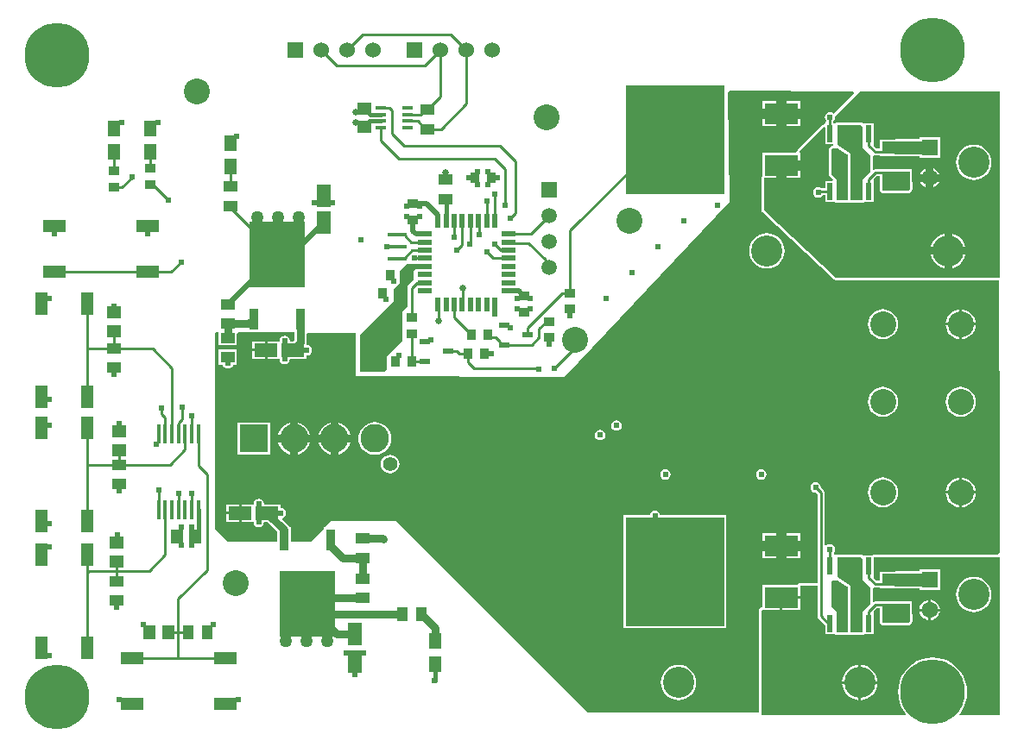
<source format=gtl>
G04*
G04 #@! TF.GenerationSoftware,Altium Limited,Altium Designer,21.3.1 (25)*
G04*
G04 Layer_Physical_Order=1*
G04 Layer_Color=255*
%FSLAX25Y25*%
%MOIN*%
G70*
G04*
G04 #@! TF.SameCoordinates,86926C0A-6BB2-4832-AFE7-C0EB4A5C3721*
G04*
G04*
G04 #@! TF.FilePolarity,Positive*
G04*
G01*
G75*
%ADD11C,0.01000*%
%ADD32R,0.02200X0.06550*%
%ADD36R,0.05800X0.02000*%
%ADD37R,0.02000X0.05800*%
%ADD38R,0.04000X0.02200*%
%ADD62R,0.05118X0.09000*%
%ADD63R,0.05512X0.04134*%
%ADD64R,0.09000X0.05118*%
%ADD65R,0.04528X0.05709*%
%ADD66R,0.04134X0.05512*%
%ADD67R,0.05709X0.04528*%
G04:AMPARAMS|DCode=68|XSize=13mil|YSize=72.84mil|CornerRadius=1.43mil|HoleSize=0mil|Usage=FLASHONLY|Rotation=0.000|XOffset=0mil|YOffset=0mil|HoleType=Round|Shape=RoundedRectangle|*
%AMROUNDEDRECTD68*
21,1,0.01300,0.06998,0,0,0.0*
21,1,0.01014,0.07284,0,0,0.0*
1,1,0.00286,0.00507,-0.03499*
1,1,0.00286,-0.00507,-0.03499*
1,1,0.00286,-0.00507,0.03499*
1,1,0.00286,0.00507,0.03499*
%
%ADD68ROUNDEDRECTD68*%
%ADD69R,0.38000X0.42000*%
%ADD70R,0.13000X0.08000*%
%ADD71R,0.03740X0.08268*%
%ADD72R,0.21654X0.25591*%
%ADD73R,0.04331X0.01355*%
%ADD74R,0.05000X0.06000*%
%ADD75R,0.08800X0.05315*%
%ADD76R,0.05315X0.08800*%
%ADD77R,0.03937X0.03543*%
%ADD78R,0.03543X0.03937*%
%ADD79R,0.10630X0.04724*%
%ADD80R,0.07200X0.01600*%
%ADD81C,0.01500*%
%ADD82C,0.03000*%
%ADD83C,0.02000*%
%ADD84C,0.06000*%
%ADD85C,0.05000*%
%ADD86R,0.11000X0.11000*%
%ADD87C,0.11000*%
%ADD88C,0.05512*%
%ADD89R,0.06000X0.06000*%
%ADD90C,0.06000*%
%ADD91R,0.06319X0.06319*%
%ADD92C,0.06319*%
%ADD93C,0.12008*%
%ADD94C,0.12000*%
%ADD95C,0.10000*%
%ADD96C,0.25000*%
%ADD97C,0.05906*%
%ADD98R,0.05906X0.05906*%
%ADD99C,0.02500*%
%ADD100C,0.02400*%
%ADD101C,0.05000*%
G36*
X323485Y249971D02*
X323790Y249232D01*
X315995Y241437D01*
X315942Y241442D01*
X315280Y241884D01*
X314500Y242039D01*
X313720Y241884D01*
X313058Y241442D01*
X312616Y240780D01*
X312461Y240000D01*
X312616Y239220D01*
X313058Y238558D01*
X312732Y237815D01*
X312600Y237700D01*
Y237700D01*
X312095Y237149D01*
X311748Y237080D01*
X311417Y236859D01*
X301946Y227388D01*
X301726Y227058D01*
X301648Y226667D01*
X301648Y226667D01*
X301090Y226273D01*
X300924Y226205D01*
X288330D01*
Y217360D01*
X288279Y217326D01*
X288058Y216996D01*
X287980Y216605D01*
X287980Y204000D01*
X287984Y203982D01*
X287981Y203965D01*
X288022Y203788D01*
X288058Y203610D01*
X288068Y203595D01*
X288072Y203578D01*
X288178Y203430D01*
X288279Y203279D01*
X288294Y203269D01*
X288304Y203255D01*
X316161Y177255D01*
X316316Y177159D01*
X316467Y177058D01*
X316484Y177055D01*
X316500Y177045D01*
X316679Y177016D01*
X316857Y176980D01*
X379863Y176980D01*
X379882Y165716D01*
X379889Y161137D01*
X379895Y157770D01*
X379901Y154172D01*
X379909Y149220D01*
X379917Y144616D01*
X379925Y139597D01*
X379932Y135384D01*
X379941Y130000D01*
X379948Y125879D01*
X379955Y122131D01*
X379963Y117220D01*
X379969Y113377D01*
X379977Y108494D01*
X379985Y103884D01*
X379990Y100716D01*
X379998Y95937D01*
X380004Y92770D01*
X380010Y88884D01*
X380018Y84000D01*
X380025Y79917D01*
X380033Y75039D01*
X380039Y71803D01*
X379626Y71242D01*
X379240Y71020D01*
X331400Y71020D01*
X331010Y70942D01*
X330679Y70721D01*
X330665Y70700D01*
X327600D01*
X327600Y70700D01*
X326884Y70902D01*
X326825Y70941D01*
X326824Y70942D01*
X326824Y70942D01*
X326628Y70981D01*
X326435Y71020D01*
X326434Y71019D01*
X326433Y71020D01*
X317400Y71020D01*
X317010Y70942D01*
X316716Y70825D01*
X316247Y71103D01*
X316106Y71804D01*
X316384Y72220D01*
X316539Y73000D01*
X316384Y73780D01*
X315942Y74442D01*
X315280Y74884D01*
X314500Y75039D01*
X313720Y74884D01*
X313125Y74487D01*
X312796Y74565D01*
X312326Y74786D01*
Y95000D01*
X312225Y95507D01*
X311937Y95937D01*
X311012Y96863D01*
X311039Y97000D01*
X310884Y97780D01*
X310442Y98442D01*
X309780Y98884D01*
X309000Y99039D01*
X308220Y98884D01*
X307558Y98442D01*
X307116Y97780D01*
X306961Y97000D01*
X307116Y96220D01*
X307558Y95558D01*
X308220Y95116D01*
X309000Y94961D01*
X309137Y94988D01*
X309675Y94451D01*
Y60020D01*
X302930D01*
X302540Y59942D01*
X302209Y59721D01*
X301988Y59390D01*
X301951Y59206D01*
X288330D01*
Y51398D01*
X288281Y50624D01*
X288111Y50582D01*
X287940Y50547D01*
X287919Y50534D01*
X287895Y50528D01*
X287754Y50424D01*
X287609Y50327D01*
X287595Y50306D01*
X287575Y50291D01*
X287245Y49928D01*
X287155Y49778D01*
X287058Y49632D01*
X287053Y49608D01*
X287040Y49586D01*
X287015Y49414D01*
X286980Y49242D01*
Y10000D01*
X221000D01*
X147000Y84000D01*
X122000D01*
X119572Y81572D01*
X118936D01*
Y80936D01*
X114000Y76000D01*
X106324D01*
Y81572D01*
X105746D01*
X105312Y82221D01*
X103189Y84344D01*
X103441Y85223D01*
X103942Y85558D01*
X104384Y86220D01*
X104539Y87000D01*
X104384Y87780D01*
X103942Y88442D01*
X103280Y88884D01*
X102500Y89039D01*
X102417Y89108D01*
Y90457D01*
X96074D01*
X96039Y90500D01*
X95884Y91280D01*
X95442Y91942D01*
X94780Y92384D01*
X94000Y92539D01*
X93220Y92384D01*
X92558Y91942D01*
X92116Y91280D01*
X91961Y90500D01*
X91926Y90457D01*
X87283D01*
Y87000D01*
Y83543D01*
X91926D01*
X91961Y83500D01*
X92116Y82720D01*
X92558Y82058D01*
X93220Y81616D01*
X94000Y81461D01*
X94780Y81616D01*
X95442Y82058D01*
X95884Y82720D01*
X96039Y83500D01*
X96074Y83543D01*
X97358D01*
X100984Y79917D01*
Y76000D01*
X82000D01*
X77000Y81000D01*
Y156432D01*
X77567Y156996D01*
X78444Y156991D01*
Y151873D01*
X85556D01*
Y156377D01*
X86123Y156941D01*
X93302Y156894D01*
X107761Y156800D01*
Y153861D01*
X107358Y153457D01*
X106074D01*
X106039Y153500D01*
X105884Y154280D01*
X105442Y154942D01*
X104780Y155384D01*
X104000Y155539D01*
X103220Y155384D01*
X102558Y154942D01*
X102116Y154280D01*
X101961Y153500D01*
X101926Y153457D01*
X97284D01*
Y150000D01*
Y146543D01*
X101926D01*
X101961Y146500D01*
X102116Y145720D01*
X102558Y145058D01*
X103220Y144616D01*
X104000Y144461D01*
X104780Y144616D01*
X105442Y145058D01*
X105884Y145720D01*
X106039Y146500D01*
X106074Y146543D01*
X112417D01*
Y147892D01*
X112500Y147961D01*
X113280Y148116D01*
X113942Y148558D01*
X114384Y149220D01*
X114539Y150000D01*
X114384Y150780D01*
X113942Y151442D01*
X113280Y151884D01*
X112500Y152039D01*
X112435Y152806D01*
X112451Y152890D01*
Y156202D01*
X113019Y156766D01*
X131500Y156646D01*
X131500Y140074D01*
X212000Y139597D01*
X275607Y207141D01*
X275112Y249565D01*
X275675Y250133D01*
X323485Y249971D01*
D02*
G37*
G36*
X380000Y178000D02*
X316857Y178000D01*
X289000Y204000D01*
X289000Y216605D01*
X293630D01*
Y221406D01*
X295630D01*
Y223406D01*
X302930D01*
Y226205D01*
X302859D01*
X302667Y226667D01*
X312138Y236138D01*
X312600Y235947D01*
Y229550D01*
X315798D01*
X315825Y229492D01*
X315710Y229227D01*
X315512Y228985D01*
X315406Y228966D01*
X315218Y228935D01*
X315210Y228930D01*
X315201Y228929D01*
X315041Y228826D01*
X314880Y228726D01*
X314875Y228718D01*
X314867Y228713D01*
X314292Y228158D01*
X314286Y228150D01*
X314279Y228145D01*
X314173Y227987D01*
X314065Y227831D01*
X314063Y227822D01*
X314058Y227815D01*
X314021Y227628D01*
X313981Y227442D01*
X313982Y227433D01*
X313980Y227424D01*
Y218000D01*
X314058Y217610D01*
X314279Y217279D01*
X315646Y215912D01*
X315455Y215450D01*
X312600D01*
Y212701D01*
X311055D01*
X310780Y212884D01*
X310000Y213039D01*
X309220Y212884D01*
X308558Y212442D01*
X308116Y211780D01*
X307961Y211000D01*
X308116Y210220D01*
X308558Y209558D01*
X309220Y209116D01*
X310000Y208961D01*
X310780Y209116D01*
X311442Y209558D01*
X311770Y210050D01*
X312600D01*
Y207300D01*
X316400D01*
X316802Y207063D01*
X316810Y207058D01*
X317200Y206980D01*
X321480D01*
X321871Y207058D01*
X321990Y207138D01*
X322110Y207058D01*
X322500Y206980D01*
X327000D01*
X327390Y207058D01*
X327721Y207279D01*
X327735Y207300D01*
X331400D01*
Y215450D01*
X331400D01*
X331325Y215950D01*
X332549Y217175D01*
X333885D01*
Y215380D01*
X333758Y215190D01*
X333680Y214800D01*
Y212000D01*
X333758Y211610D01*
X333979Y211279D01*
X334479Y210779D01*
X334810Y210558D01*
X335200Y210480D01*
X344600D01*
X344990Y210558D01*
X345321Y210779D01*
X346021Y211479D01*
X346242Y211810D01*
X346320Y212200D01*
Y214800D01*
X346242Y215190D01*
X346115Y215380D01*
Y219953D01*
X333885D01*
Y219826D01*
X332000D01*
X331532Y219732D01*
X331472Y219738D01*
X331031Y220017D01*
X331013Y224995D01*
X331490Y225274D01*
X331512Y225272D01*
X332000Y225174D01*
X333885D01*
Y225046D01*
X339011D01*
X339139Y224994D01*
X340000Y224880D01*
X349033D01*
Y224446D01*
X351943D01*
X352476Y224376D01*
X352761Y224413D01*
X352833D01*
X353082Y224446D01*
X356952D01*
Y232365D01*
X349033D01*
Y231537D01*
X340000D01*
X339139Y231424D01*
X339011Y231371D01*
X333885D01*
Y227825D01*
X332549D01*
X331325Y229050D01*
X331400Y229550D01*
X331400D01*
Y237700D01*
X327600D01*
X327600Y237700D01*
X327119Y237745D01*
X326989Y237831D01*
X326825Y237941D01*
X326824Y237942D01*
X326823Y237942D01*
X326628Y237981D01*
X326435Y238020D01*
X326434Y238019D01*
X326433Y238020D01*
X317400Y238020D01*
X317010Y237942D01*
X316845Y237832D01*
X316400Y237700D01*
X316400Y237700D01*
Y237700D01*
X316400Y237700D01*
X315826D01*
Y238480D01*
X315942Y238558D01*
X316384Y239220D01*
X316539Y240000D01*
X316450Y240450D01*
X326000Y250000D01*
X380000D01*
Y178000D01*
D02*
G37*
G36*
X345300Y212200D02*
X344600Y211500D01*
X335200D01*
X334700Y212000D01*
Y214800D01*
X345300D01*
Y212200D01*
D02*
G37*
G36*
X326998Y236433D02*
X326971Y228301D01*
X329992Y225445D01*
X330015Y218931D01*
X327000Y215500D01*
Y208000D01*
X322500D01*
Y219303D01*
X322539Y219500D01*
X322500Y219697D01*
Y224303D01*
X322539Y224500D01*
X322500Y224697D01*
Y225833D01*
X317400Y229233D01*
X317400Y237000D01*
X326433Y237000D01*
X326998Y236433D01*
D02*
G37*
G36*
X317544Y227912D02*
X321480Y225288D01*
Y224697D01*
X321500Y224599D01*
Y224401D01*
X321480Y224303D01*
Y219697D01*
X321500Y219599D01*
Y219402D01*
X321480Y219303D01*
Y208000D01*
X317200D01*
Y215800D01*
X315000Y218000D01*
Y227424D01*
X315575Y227980D01*
X317544Y227912D01*
D02*
G37*
G36*
X160500Y183300D02*
X160500Y181400D01*
X154600D01*
X153800Y180600D01*
Y177400D01*
X151500Y175100D01*
X151500Y166900D01*
X149500Y164900D01*
X149500Y153500D01*
X143500Y147500D01*
Y142500D01*
X142500Y141500D01*
X133000D01*
X133000Y155900D01*
X146000Y168900D01*
X146000Y173300D01*
X148500Y175800D01*
Y180500D01*
X151300Y183300D01*
X160500Y183300D01*
D02*
G37*
G36*
X380000Y70000D02*
Y9000D01*
X364612D01*
X364402Y9454D01*
X364923Y10064D01*
X366017Y11849D01*
X366818Y13783D01*
X367307Y15819D01*
X367471Y17906D01*
X367307Y19993D01*
X366818Y22028D01*
X366017Y23962D01*
X364923Y25747D01*
X363563Y27339D01*
X361972Y28699D01*
X360187Y29792D01*
X358253Y30594D01*
X356217Y31082D01*
X354130Y31247D01*
X352043Y31082D01*
X350007Y30594D01*
X348073Y29792D01*
X346288Y28699D01*
X344696Y27339D01*
X343337Y25747D01*
X342243Y23962D01*
X341442Y22028D01*
X340953Y19993D01*
X340789Y17906D01*
X340953Y15819D01*
X341442Y13783D01*
X342243Y11849D01*
X343337Y10064D01*
X343858Y9454D01*
X343648Y9000D01*
X339000D01*
X288000D01*
Y49242D01*
X288330Y49606D01*
X295130D01*
Y54405D01*
X295630D01*
Y54905D01*
X302930D01*
Y59000D01*
X309675D01*
Y47125D01*
X309775Y46618D01*
X310063Y46188D01*
X312600Y43650D01*
Y40300D01*
X316400D01*
X316802Y40063D01*
X316810Y40058D01*
X317200Y39980D01*
X321480D01*
X321871Y40058D01*
X321990Y40138D01*
X322110Y40058D01*
X322500Y39980D01*
X327000D01*
X327390Y40058D01*
X327721Y40279D01*
X327735Y40300D01*
X331400D01*
Y48450D01*
X331400D01*
X331325Y48950D01*
X332549Y50174D01*
X333885D01*
Y48380D01*
X333758Y48190D01*
X333680Y47800D01*
Y45000D01*
X333758Y44610D01*
X333979Y44279D01*
X334479Y43779D01*
X334810Y43558D01*
X335200Y43480D01*
X344600D01*
X344990Y43558D01*
X345321Y43779D01*
X346021Y44479D01*
X346242Y44810D01*
X346320Y45200D01*
Y47800D01*
X346242Y48190D01*
X346115Y48380D01*
Y52953D01*
X333885D01*
Y52825D01*
X332000D01*
X331532Y52732D01*
X331472Y52738D01*
X331031Y53017D01*
X331013Y57995D01*
X331490Y58274D01*
X331512Y58272D01*
X332000Y58175D01*
X333885D01*
Y58047D01*
X339011D01*
X339139Y57994D01*
X340000Y57880D01*
X349033D01*
Y57446D01*
X351943D01*
X352476Y57376D01*
X352761Y57413D01*
X352833D01*
X353082Y57446D01*
X356952D01*
Y65365D01*
X349033D01*
Y64537D01*
X340000D01*
X339139Y64424D01*
X339011Y64371D01*
X333885D01*
Y60826D01*
X332549D01*
X331325Y62050D01*
X331400Y62550D01*
X331400D01*
Y70000D01*
X380000Y70000D01*
D02*
G37*
G36*
X345300Y45200D02*
X344600Y44500D01*
X335200D01*
X334700Y45000D01*
Y47800D01*
X345300D01*
Y45200D01*
D02*
G37*
G36*
X326998Y69433D02*
X326971Y61301D01*
X329992Y58445D01*
X330015Y51931D01*
X327000Y48500D01*
Y41000D01*
X322500D01*
Y52303D01*
X322539Y52500D01*
X322500Y52697D01*
Y57303D01*
X322539Y57500D01*
X322500Y57697D01*
Y58833D01*
X317400Y62233D01*
X317400Y70000D01*
X326433Y70000D01*
X326998Y69433D01*
D02*
G37*
G36*
X317544Y60912D02*
X321480Y58288D01*
Y57697D01*
X321500Y57598D01*
Y57402D01*
X321480Y57303D01*
Y52697D01*
X321500Y52598D01*
Y52402D01*
X321480Y52303D01*
Y41000D01*
X317200D01*
Y48800D01*
X315000Y51000D01*
Y60424D01*
X315575Y60980D01*
X317544Y60912D01*
D02*
G37*
%LPC*%
G36*
X302930Y246205D02*
X297630D01*
Y243406D01*
X302930D01*
Y246205D01*
D02*
G37*
G36*
X293630D02*
X288330D01*
Y243406D01*
X293630D01*
Y246205D01*
D02*
G37*
G36*
X302930Y239405D02*
X297630D01*
Y236606D01*
X302930D01*
Y239405D01*
D02*
G37*
G36*
X293630D02*
X288330D01*
Y236606D01*
X293630D01*
Y239405D01*
D02*
G37*
G36*
X290130Y195238D02*
X288797Y195107D01*
X287515Y194718D01*
X286334Y194087D01*
X285298Y193237D01*
X284449Y192202D01*
X283817Y191020D01*
X283428Y189739D01*
X283297Y188406D01*
X283428Y187073D01*
X283817Y185791D01*
X284449Y184609D01*
X285298Y183574D01*
X286334Y182724D01*
X287515Y182093D01*
X288797Y181704D01*
X290130Y181573D01*
X291463Y181704D01*
X292745Y182093D01*
X293926Y182724D01*
X294962Y183574D01*
X295811Y184609D01*
X296443Y185791D01*
X296831Y187073D01*
X296963Y188406D01*
X296831Y189739D01*
X296443Y191020D01*
X295811Y192202D01*
X294962Y193237D01*
X293926Y194087D01*
X292745Y194718D01*
X291463Y195107D01*
X290130Y195238D01*
D02*
G37*
G36*
X365500Y165779D02*
Y160500D01*
X370779D01*
X370716Y161137D01*
X370384Y162230D01*
X369846Y163238D01*
X369121Y164121D01*
X368238Y164846D01*
X367230Y165384D01*
X366137Y165716D01*
X365500Y165779D01*
D02*
G37*
G36*
X364500D02*
X363863Y165716D01*
X362770Y165384D01*
X361762Y164846D01*
X360879Y164121D01*
X360154Y163238D01*
X359616Y162230D01*
X359284Y161137D01*
X359221Y160500D01*
X364500D01*
Y165779D01*
D02*
G37*
G36*
X370779Y159500D02*
X365500D01*
Y154221D01*
X366137Y154284D01*
X367230Y154616D01*
X368238Y155154D01*
X369121Y155879D01*
X369846Y156762D01*
X370384Y157770D01*
X370716Y158863D01*
X370779Y159500D01*
D02*
G37*
G36*
X364500D02*
X359221D01*
X359284Y158863D01*
X359616Y157770D01*
X360154Y156762D01*
X360879Y155879D01*
X361762Y155154D01*
X362770Y154616D01*
X363863Y154284D01*
X364500Y154221D01*
Y159500D01*
D02*
G37*
G36*
X335000Y165828D02*
X333863Y165716D01*
X332770Y165384D01*
X331762Y164846D01*
X330879Y164121D01*
X330154Y163238D01*
X329616Y162230D01*
X329284Y161137D01*
X329172Y160000D01*
X329284Y158863D01*
X329616Y157770D01*
X330154Y156762D01*
X330879Y155879D01*
X331762Y155154D01*
X332770Y154616D01*
X333863Y154284D01*
X335000Y154172D01*
X336137Y154284D01*
X337230Y154616D01*
X338238Y155154D01*
X339121Y155879D01*
X339846Y156762D01*
X340384Y157770D01*
X340716Y158863D01*
X340828Y160000D01*
X340716Y161137D01*
X340384Y162230D01*
X339846Y163238D01*
X339121Y164121D01*
X338238Y164846D01*
X337230Y165384D01*
X336137Y165716D01*
X335000Y165828D01*
D02*
G37*
G36*
X96284Y153457D02*
X91584D01*
Y150500D01*
X96284D01*
Y153457D01*
D02*
G37*
G36*
Y149500D02*
X91584D01*
Y146543D01*
X96284D01*
Y149500D01*
D02*
G37*
G36*
X85556Y150127D02*
X78444D01*
Y144393D01*
X80162D01*
X80216Y144120D01*
X80658Y143458D01*
X81320Y143016D01*
X82100Y142861D01*
X82880Y143016D01*
X83542Y143458D01*
X83984Y144120D01*
X84038Y144393D01*
X85556D01*
Y150127D01*
D02*
G37*
G36*
X365000Y135828D02*
X363863Y135716D01*
X362770Y135384D01*
X361762Y134846D01*
X360879Y134121D01*
X360154Y133238D01*
X359616Y132230D01*
X359284Y131137D01*
X359172Y130000D01*
X359284Y128863D01*
X359616Y127770D01*
X360154Y126762D01*
X360879Y125879D01*
X361762Y125154D01*
X362770Y124616D01*
X363863Y124284D01*
X365000Y124172D01*
X366137Y124284D01*
X367230Y124616D01*
X368238Y125154D01*
X369121Y125879D01*
X369846Y126762D01*
X370384Y127770D01*
X370716Y128863D01*
X370828Y130000D01*
X370716Y131137D01*
X370384Y132230D01*
X369846Y133238D01*
X369121Y134121D01*
X368238Y134846D01*
X367230Y135384D01*
X366137Y135716D01*
X365000Y135828D01*
D02*
G37*
G36*
X335000D02*
X333863Y135716D01*
X332770Y135384D01*
X331762Y134846D01*
X330879Y134121D01*
X330154Y133238D01*
X329616Y132230D01*
X329284Y131137D01*
X329172Y130000D01*
X329284Y128863D01*
X329616Y127770D01*
X330154Y126762D01*
X330879Y125879D01*
X331762Y125154D01*
X332770Y124616D01*
X333863Y124284D01*
X335000Y124172D01*
X336137Y124284D01*
X337230Y124616D01*
X338238Y125154D01*
X339121Y125879D01*
X339846Y126762D01*
X340384Y127770D01*
X340716Y128863D01*
X340828Y130000D01*
X340716Y131137D01*
X340384Y132230D01*
X339846Y133238D01*
X339121Y134121D01*
X338238Y134846D01*
X337230Y135384D01*
X336137Y135716D01*
X335000Y135828D01*
D02*
G37*
G36*
X232100Y122939D02*
X231320Y122784D01*
X230658Y122342D01*
X230216Y121680D01*
X230061Y120900D01*
X230216Y120120D01*
X230658Y119458D01*
X231320Y119016D01*
X232100Y118861D01*
X232880Y119016D01*
X233542Y119458D01*
X233984Y120120D01*
X234139Y120900D01*
X233984Y121680D01*
X233542Y122342D01*
X232880Y122784D01*
X232100Y122939D01*
D02*
G37*
G36*
X124691Y121928D02*
Y117300D01*
X129319D01*
X129039Y118223D01*
X128454Y119317D01*
X127667Y120276D01*
X126708Y121064D01*
X125613Y121649D01*
X124691Y121928D01*
D02*
G37*
G36*
X109100Y121929D02*
Y117300D01*
X113728D01*
X113449Y118223D01*
X112864Y119317D01*
X112076Y120276D01*
X111117Y121064D01*
X110023Y121649D01*
X109100Y121929D01*
D02*
G37*
G36*
X106100D02*
X105177Y121649D01*
X104083Y121064D01*
X103124Y120276D01*
X102336Y119317D01*
X101751Y118223D01*
X101471Y117300D01*
X106100D01*
Y121929D01*
D02*
G37*
G36*
X121691D02*
X120768Y121649D01*
X119674Y121064D01*
X118714Y120276D01*
X117927Y119317D01*
X117342Y118223D01*
X117062Y117300D01*
X121691D01*
Y121929D01*
D02*
G37*
G36*
X225780Y119259D02*
X225000Y119104D01*
X224338Y118662D01*
X223896Y118000D01*
X223741Y117220D01*
X223896Y116439D01*
X224338Y115778D01*
X225000Y115336D01*
X225780Y115181D01*
X226561Y115336D01*
X227222Y115778D01*
X227664Y116439D01*
X227819Y117220D01*
X227664Y118000D01*
X227222Y118662D01*
X226561Y119104D01*
X225780Y119259D01*
D02*
G37*
G36*
X129319Y114300D02*
X124691D01*
Y109672D01*
X125613Y109951D01*
X126708Y110536D01*
X127667Y111324D01*
X128454Y112283D01*
X129039Y113377D01*
X129319Y114300D01*
D02*
G37*
G36*
X113728D02*
X109100D01*
Y109671D01*
X110023Y109951D01*
X111117Y110536D01*
X112076Y111324D01*
X112864Y112283D01*
X113449Y113377D01*
X113728Y114300D01*
D02*
G37*
G36*
X106100D02*
X101471D01*
X101751Y113377D01*
X102336Y112283D01*
X103124Y111324D01*
X104083Y110536D01*
X105177Y109951D01*
X106100Y109671D01*
Y114300D01*
D02*
G37*
G36*
X121691D02*
X117062D01*
X117342Y113377D01*
X117927Y112283D01*
X118714Y111324D01*
X119674Y110536D01*
X120768Y109951D01*
X121691Y109671D01*
Y114300D01*
D02*
G37*
G36*
X98309Y122100D02*
X85710D01*
Y109500D01*
X98309D01*
Y122100D01*
D02*
G37*
G36*
X138781Y122131D02*
X137546Y122009D01*
X136358Y121649D01*
X135264Y121064D01*
X134305Y120276D01*
X133518Y119317D01*
X132932Y118223D01*
X132572Y117035D01*
X132451Y115800D01*
X132572Y114565D01*
X132932Y113377D01*
X133518Y112283D01*
X134305Y111324D01*
X135264Y110536D01*
X136358Y109951D01*
X137546Y109591D01*
X138781Y109469D01*
X140016Y109591D01*
X141204Y109951D01*
X142298Y110536D01*
X143257Y111324D01*
X144045Y112283D01*
X144630Y113377D01*
X144990Y114565D01*
X145112Y115800D01*
X144990Y117035D01*
X144630Y118223D01*
X144045Y119317D01*
X143257Y120276D01*
X142298Y121064D01*
X141204Y121649D01*
X140016Y122009D01*
X138781Y122131D01*
D02*
G37*
G36*
X144687Y109544D02*
X143758Y109422D01*
X142893Y109064D01*
X142150Y108494D01*
X141580Y107751D01*
X141222Y106886D01*
X141100Y105957D01*
X141222Y105029D01*
X141580Y104164D01*
X142150Y103421D01*
X142893Y102851D01*
X143758Y102493D01*
X144687Y102371D01*
X145615Y102493D01*
X146480Y102851D01*
X147223Y103421D01*
X147793Y104164D01*
X148151Y105029D01*
X148273Y105957D01*
X148151Y106886D01*
X147793Y107751D01*
X147223Y108494D01*
X146480Y109064D01*
X145615Y109422D01*
X144687Y109544D01*
D02*
G37*
G36*
X288000Y104039D02*
X287220Y103884D01*
X286558Y103442D01*
X286116Y102780D01*
X285961Y102000D01*
X286116Y101220D01*
X286558Y100558D01*
X287220Y100116D01*
X288000Y99961D01*
X288780Y100116D01*
X289442Y100558D01*
X289884Y101220D01*
X290039Y102000D01*
X289884Y102780D01*
X289442Y103442D01*
X288780Y103884D01*
X288000Y104039D01*
D02*
G37*
G36*
X251000D02*
X250220Y103884D01*
X249558Y103442D01*
X249116Y102780D01*
X248961Y102000D01*
X249116Y101220D01*
X249558Y100558D01*
X250220Y100116D01*
X251000Y99961D01*
X251780Y100116D01*
X252442Y100558D01*
X252884Y101220D01*
X253039Y102000D01*
X252884Y102780D01*
X252442Y103442D01*
X251780Y103884D01*
X251000Y104039D01*
D02*
G37*
G36*
X365500Y100779D02*
Y95500D01*
X370779D01*
X370716Y96137D01*
X370384Y97230D01*
X369846Y98238D01*
X369121Y99121D01*
X368238Y99846D01*
X367230Y100384D01*
X366137Y100716D01*
X365500Y100779D01*
D02*
G37*
G36*
X364500D02*
X363863Y100716D01*
X362770Y100384D01*
X361762Y99846D01*
X360879Y99121D01*
X360154Y98238D01*
X359616Y97230D01*
X359284Y96137D01*
X359221Y95500D01*
X364500D01*
Y100779D01*
D02*
G37*
G36*
X370779Y94500D02*
X365500D01*
Y89221D01*
X366137Y89284D01*
X367230Y89616D01*
X368238Y90154D01*
X369121Y90879D01*
X369846Y91762D01*
X370384Y92770D01*
X370716Y93863D01*
X370779Y94500D01*
D02*
G37*
G36*
X364500D02*
X359221D01*
X359284Y93863D01*
X359616Y92770D01*
X360154Y91762D01*
X360879Y90879D01*
X361762Y90154D01*
X362770Y89616D01*
X363863Y89284D01*
X364500Y89221D01*
Y94500D01*
D02*
G37*
G36*
X335000Y100828D02*
X333863Y100716D01*
X332770Y100384D01*
X331762Y99846D01*
X330879Y99121D01*
X330154Y98238D01*
X329616Y97230D01*
X329284Y96137D01*
X329172Y95000D01*
X329284Y93863D01*
X329616Y92770D01*
X330154Y91762D01*
X330879Y90879D01*
X331762Y90154D01*
X332770Y89616D01*
X333863Y89284D01*
X335000Y89172D01*
X336137Y89284D01*
X337230Y89616D01*
X338238Y90154D01*
X339121Y90879D01*
X339846Y91762D01*
X340384Y92770D01*
X340716Y93863D01*
X340828Y95000D01*
X340716Y96137D01*
X340384Y97230D01*
X339846Y98238D01*
X339121Y99121D01*
X338238Y99846D01*
X337230Y100384D01*
X336137Y100716D01*
X335000Y100828D01*
D02*
G37*
G36*
X86283Y90457D02*
X81583D01*
Y87500D01*
X86283D01*
Y90457D01*
D02*
G37*
G36*
Y86500D02*
X81583D01*
Y83543D01*
X86283D01*
Y86500D01*
D02*
G37*
G36*
X302930Y79206D02*
X297630D01*
Y76406D01*
X302930D01*
Y79206D01*
D02*
G37*
G36*
X293630D02*
X288330D01*
Y76406D01*
X293630D01*
Y79206D01*
D02*
G37*
G36*
X302930Y72405D02*
X297630D01*
Y69605D01*
X302930D01*
Y72405D01*
D02*
G37*
G36*
X293630D02*
X288330D01*
Y69605D01*
X293630D01*
Y72405D01*
D02*
G37*
G36*
X247000Y88039D02*
X246220Y87884D01*
X245558Y87442D01*
X245116Y86780D01*
X245002Y86206D01*
X234830D01*
Y42606D01*
X274430D01*
Y86206D01*
X248998D01*
X248884Y86780D01*
X248442Y87442D01*
X247780Y87884D01*
X247000Y88039D01*
D02*
G37*
G36*
X256000Y28333D02*
X254667Y28202D01*
X253385Y27813D01*
X252204Y27181D01*
X251168Y26332D01*
X250319Y25296D01*
X249687Y24115D01*
X249298Y22833D01*
X249167Y21500D01*
X249298Y20167D01*
X249687Y18885D01*
X250319Y17704D01*
X251168Y16668D01*
X252204Y15819D01*
X253385Y15187D01*
X254667Y14798D01*
X256000Y14667D01*
X257333Y14798D01*
X258615Y15187D01*
X259796Y15819D01*
X260832Y16668D01*
X261681Y17704D01*
X262313Y18885D01*
X262702Y20167D01*
X262833Y21500D01*
X262702Y22833D01*
X262313Y24115D01*
X261681Y25296D01*
X260832Y26332D01*
X259796Y27181D01*
X258615Y27813D01*
X257333Y28202D01*
X256000Y28333D01*
D02*
G37*
G36*
X354492Y220259D02*
Y218094D01*
X356657D01*
X356451Y218591D01*
X355816Y219418D01*
X354989Y220053D01*
X354492Y220259D01*
D02*
G37*
G36*
X351492Y220259D02*
X350995Y220053D01*
X350168Y219418D01*
X349534Y218591D01*
X349328Y218094D01*
X351492D01*
Y220259D01*
D02*
G37*
G36*
X302930Y219406D02*
X297630D01*
Y216605D01*
X302930D01*
Y219406D01*
D02*
G37*
G36*
X370000Y229337D02*
X368666Y229205D01*
X367384Y228816D01*
X366202Y228185D01*
X365166Y227334D01*
X364315Y226298D01*
X363684Y225116D01*
X363295Y223834D01*
X363163Y222500D01*
X363295Y221166D01*
X363684Y219884D01*
X364315Y218702D01*
X365166Y217666D01*
X366202Y216815D01*
X367384Y216184D01*
X368666Y215794D01*
X370000Y215663D01*
X371334Y215794D01*
X372616Y216184D01*
X373798Y216815D01*
X374834Y217666D01*
X375685Y218702D01*
X376316Y219884D01*
X376706Y221166D01*
X376837Y222500D01*
X376706Y223834D01*
X376316Y225116D01*
X375685Y226298D01*
X374834Y227334D01*
X373798Y228185D01*
X372616Y228816D01*
X371334Y229205D01*
X370000Y229337D01*
D02*
G37*
G36*
X351492Y215094D02*
X349328D01*
X349534Y214598D01*
X350168Y213771D01*
X350995Y213136D01*
X351492Y212930D01*
Y215094D01*
D02*
G37*
G36*
X356657D02*
X354492D01*
Y212930D01*
X354989Y213136D01*
X355816Y213771D01*
X356451Y214598D01*
X356657Y215094D01*
D02*
G37*
G36*
X361630Y195056D02*
Y189906D01*
X366781D01*
X366443Y191020D01*
X365811Y192202D01*
X364962Y193237D01*
X363926Y194087D01*
X362745Y194718D01*
X361630Y195056D01*
D02*
G37*
G36*
X358630D02*
X357515Y194718D01*
X356334Y194087D01*
X355298Y193237D01*
X354449Y192202D01*
X353817Y191020D01*
X353479Y189906D01*
X358630D01*
Y195056D01*
D02*
G37*
G36*
X366781Y186906D02*
X361630D01*
Y181755D01*
X362745Y182093D01*
X363926Y182724D01*
X364962Y183574D01*
X365811Y184609D01*
X366443Y185791D01*
X366781Y186906D01*
D02*
G37*
G36*
X358630D02*
X353479D01*
X353817Y185791D01*
X354449Y184609D01*
X355298Y183574D01*
X356334Y182724D01*
X357515Y182093D01*
X358630Y181755D01*
Y186906D01*
D02*
G37*
G36*
X353492Y53522D02*
Y50094D01*
X356920D01*
X356850Y50628D01*
X356451Y51591D01*
X355816Y52418D01*
X354989Y53053D01*
X354026Y53452D01*
X353492Y53522D01*
D02*
G37*
G36*
X352492Y53522D02*
X351958Y53452D01*
X350995Y53053D01*
X350168Y52418D01*
X349534Y51591D01*
X349135Y50628D01*
X349064Y50094D01*
X352492D01*
Y53522D01*
D02*
G37*
G36*
X302930Y53905D02*
X296130D01*
Y49606D01*
X302930D01*
Y53905D01*
D02*
G37*
G36*
X370000Y62337D02*
X368666Y62205D01*
X367384Y61816D01*
X366202Y61185D01*
X365166Y60334D01*
X364315Y59298D01*
X363684Y58116D01*
X363295Y56834D01*
X363163Y55500D01*
X363295Y54166D01*
X363684Y52884D01*
X364315Y51702D01*
X365166Y50666D01*
X366202Y49815D01*
X367384Y49184D01*
X368666Y48794D01*
X370000Y48663D01*
X371334Y48794D01*
X372616Y49184D01*
X373798Y49815D01*
X374834Y50666D01*
X375685Y51702D01*
X376316Y52884D01*
X376706Y54166D01*
X376837Y55500D01*
X376706Y56834D01*
X376316Y58116D01*
X375685Y59298D01*
X374834Y60334D01*
X373798Y61185D01*
X372616Y61816D01*
X371334Y62205D01*
X370000Y62337D01*
D02*
G37*
G36*
X352492Y49095D02*
X349064D01*
X349135Y48561D01*
X349534Y47598D01*
X350168Y46771D01*
X350995Y46136D01*
X351958Y45737D01*
X352492Y45667D01*
Y49095D01*
D02*
G37*
G36*
X356920D02*
X353492D01*
Y45667D01*
X354026Y45737D01*
X354989Y46136D01*
X355816Y46771D01*
X356451Y47598D01*
X356850Y48561D01*
X356920Y49095D01*
D02*
G37*
G36*
X326500Y28284D02*
Y22000D01*
X332784D01*
X332702Y22833D01*
X332313Y24115D01*
X331681Y25296D01*
X330832Y26332D01*
X329796Y27181D01*
X328615Y27813D01*
X327333Y28202D01*
X326500Y28284D01*
D02*
G37*
G36*
X325500Y28284D02*
X324667Y28202D01*
X323385Y27813D01*
X322204Y27181D01*
X321168Y26332D01*
X320319Y25296D01*
X319687Y24115D01*
X319298Y22833D01*
X319216Y22000D01*
X325500D01*
Y28284D01*
D02*
G37*
G36*
X332784Y21000D02*
X326500D01*
Y14716D01*
X327333Y14798D01*
X328615Y15187D01*
X329796Y15819D01*
X330832Y16668D01*
X331681Y17704D01*
X332313Y18885D01*
X332702Y20167D01*
X332784Y21000D01*
D02*
G37*
G36*
X325500D02*
X319216D01*
X319298Y20167D01*
X319687Y18885D01*
X320319Y17704D01*
X321168Y16668D01*
X322204Y15819D01*
X323385Y15187D01*
X324667Y14798D01*
X325500Y14716D01*
Y21000D01*
D02*
G37*
%LPD*%
D11*
X163106Y167706D02*
X163303Y167509D01*
Y161597D02*
Y167509D01*
Y161597D02*
X163500Y161400D01*
X169405Y162677D02*
X175980Y156102D01*
Y155905D02*
Y156102D01*
X169405Y162677D02*
Y167706D01*
X150600Y186000D02*
X153230Y188630D01*
X150600Y185576D02*
Y186000D01*
X153230Y188630D02*
X157930D01*
X150300Y185276D02*
X150600Y185576D01*
X147500Y185276D02*
X150300D01*
X150600Y194000D02*
Y194424D01*
X152821Y191779D02*
X157930D01*
X147500Y194724D02*
X150300D01*
X150600Y194424D01*
Y194000D02*
X152821Y191779D01*
X143300Y190000D02*
X147500D01*
X147500Y190000D01*
X143299Y189999D02*
X143300Y190000D01*
X70677Y105323D02*
Y117665D01*
Y105323D02*
X74000Y102000D01*
Y65000D02*
Y102000D01*
X62802Y53802D02*
X74000Y65000D01*
X62802Y40800D02*
Y53802D01*
X63000Y30858D02*
X81000D01*
X45000D02*
X63000D01*
X62802Y40800D02*
X66660D01*
X58943D02*
X62802D01*
Y31057D02*
X63000Y30858D01*
X62802Y31057D02*
Y40800D01*
X66660D02*
X66660Y40800D01*
X39000Y64598D02*
X51598D01*
X57882Y70882D01*
Y88335D01*
X39000Y64598D02*
Y68457D01*
Y60740D02*
Y64598D01*
X27858Y64000D02*
Y71000D01*
Y35000D02*
Y64000D01*
X28457Y64598D01*
X39000D01*
Y60740D02*
X39000Y60740D01*
X214130Y172105D02*
Y196130D01*
X249406Y231405D02*
X254630D01*
X214130Y196130D02*
X249406Y231405D01*
X216000Y151000D02*
Y154000D01*
X208000Y143000D02*
X216000Y151000D01*
X211105Y172105D02*
X214130D01*
X197630Y158630D02*
X211105Y172105D01*
X197630Y155806D02*
Y158630D01*
X128130Y265905D02*
X134224Y272000D01*
X168035D01*
X174130Y265905D01*
X118130D02*
X124035Y260000D01*
X158224D01*
X164130Y265905D01*
X159130Y235425D02*
X164425D01*
X174130Y245130D02*
Y265905D01*
X164425Y235425D02*
X174130Y245130D01*
X148000Y224000D02*
X185000D01*
X141130Y230870D02*
Y235906D01*
Y230870D02*
X148000Y224000D01*
X185000D02*
X189000Y220000D01*
X184520Y185480D02*
X190330D01*
X182000Y188000D02*
X184520Y185480D01*
X189000Y206000D02*
Y220000D01*
X187000Y229000D02*
X193000Y223000D01*
X191000Y201000D02*
X193000Y203000D01*
Y223000D01*
X141130Y243583D02*
X141213Y243500D01*
X144500D01*
X145500Y242500D01*
Y233500D02*
Y242500D01*
Y233500D02*
X150000Y229000D01*
X151094Y238736D02*
X151366Y238465D01*
X150000Y229000D02*
X187000D01*
X182000Y207500D02*
X182002Y207498D01*
Y200108D02*
Y207498D01*
X185094Y210367D02*
X185124Y210338D01*
Y200135D02*
Y210338D01*
X185000Y191000D02*
X187370Y188630D01*
X190330D01*
X310375Y211375D02*
X314500D01*
X310000Y211000D02*
X310375Y211375D01*
X45000Y216701D02*
Y217000D01*
X41150Y212850D02*
X45000Y216701D01*
X83000Y205035D02*
X101130Y186906D01*
X83000Y205035D02*
Y205760D01*
X83000Y213240D02*
X83000Y213240D01*
X83000Y213240D02*
Y221000D01*
X52000Y220150D02*
Y226500D01*
X38000Y219150D02*
Y226500D01*
X68000Y94500D02*
X68118Y94382D01*
Y88335D02*
Y94382D01*
X63000Y88335D02*
Y94500D01*
X201978Y143000D02*
X202203Y142774D01*
X177000Y143000D02*
X201978D01*
X174850Y145150D02*
X177000Y143000D01*
X174850Y145150D02*
Y148500D01*
X311000Y47125D02*
X314125Y44000D01*
X311000Y47125D02*
Y95000D01*
X309000Y97000D02*
X311000Y95000D01*
X314500Y66625D02*
Y73000D01*
X171500Y148500D02*
X174850D01*
X170500Y149500D02*
X171500Y148500D01*
X167000Y149500D02*
X170500D01*
X153110Y145760D02*
X158000D01*
X153000Y145650D02*
X153110Y145760D01*
X153000Y145650D02*
Y156350D01*
Y162650D02*
Y174000D01*
X155032Y176031D01*
X157930D01*
X63173Y121814D02*
X64500Y123141D01*
Y128000D01*
X63173Y117839D02*
Y121814D01*
X63000Y117665D02*
X63173Y117839D01*
X60441Y117665D02*
Y143059D01*
X53000Y150500D02*
X60441Y143059D01*
X56500Y125244D02*
Y127500D01*
Y125244D02*
X57816Y123927D01*
Y117731D02*
Y123927D01*
X157920Y185490D02*
X157930Y185480D01*
X154010Y185490D02*
X157920D01*
X154000Y185500D02*
X154010Y185490D01*
X185124Y200135D02*
X185153Y200106D01*
X38000Y212850D02*
X41150D01*
X53150Y213850D02*
X59000Y208000D01*
X52000Y213850D02*
X53150D01*
X182002Y200108D02*
X182004Y200106D01*
X57816Y117731D02*
X57882Y117665D01*
X17252Y180142D02*
X48748D01*
X60142D01*
X64000Y184000D01*
X169405Y200106D02*
X169453Y200058D01*
Y193547D02*
Y200058D01*
Y193547D02*
X169500Y193500D01*
X55323Y88335D02*
X55411Y88423D01*
Y95911D01*
X55500Y96000D01*
X172555Y190555D02*
Y200106D01*
X170500Y188500D02*
X172555Y190555D01*
X175602Y200003D02*
X175705Y200106D01*
X175602Y191102D02*
Y200003D01*
X175500Y191000D02*
X175602Y191102D01*
X179000Y194500D02*
Y199606D01*
X178677Y199928D02*
X179000Y199606D01*
X178677Y199928D02*
X178854Y200106D01*
X68059Y117724D02*
X68118Y117665D01*
X68059Y117724D02*
Y124441D01*
X68000Y124500D02*
X68059Y124441D01*
X166000Y215016D02*
X166130Y214886D01*
X172690Y167840D02*
Y173965D01*
X172555Y167706D02*
X172690Y167840D01*
Y173965D02*
X172825Y174100D01*
X199153Y194929D02*
X206130Y201905D01*
X190330Y194929D02*
X199153D01*
X204731Y184632D02*
Y184804D01*
X198130Y191405D02*
X204731Y184804D01*
Y184632D02*
X206130Y183233D01*
Y181905D02*
Y183233D01*
X190704Y191405D02*
X198130D01*
X165441Y214886D02*
X166130D01*
X159130Y242905D02*
X164130Y247905D01*
Y265905D01*
X158441Y242905D02*
X159130D01*
X151366Y238465D02*
X155402D01*
X158441Y235425D01*
X159130D01*
X151366Y241024D02*
X156559D01*
X158441Y242905D01*
X190330Y191779D02*
X190704Y191405D01*
X254630Y62406D02*
Y64406D01*
X338291Y59500D02*
X340000Y61209D01*
X329500Y62000D02*
X332000Y59500D01*
X329500Y62000D02*
Y66625D01*
X332000Y59500D02*
X338291D01*
X314125Y44000D02*
X314500Y44375D01*
X338291Y51500D02*
X340000Y49791D01*
X332000Y51500D02*
X338291D01*
X329500Y44375D02*
Y49000D01*
X332000Y51500D01*
X314500Y233625D02*
Y240000D01*
X338291Y226500D02*
X340000Y228209D01*
X329500Y229000D02*
X332000Y226500D01*
X338291D01*
X329500Y229000D02*
Y233625D01*
X338291Y218500D02*
X340000Y216791D01*
X332000Y218500D02*
X338291D01*
X329500Y211375D02*
Y216000D01*
X332000Y218500D01*
X38000Y150740D02*
X38240Y150500D01*
X38000Y150740D02*
X38000Y150740D01*
X38240Y150500D02*
X53000D01*
X65559Y111559D02*
Y117665D01*
X59740Y105740D02*
X65559Y111559D01*
X40000Y105740D02*
X59740D01*
X40000Y105740D02*
Y111457D01*
Y105740D02*
X40000Y105740D01*
X38000Y150740D02*
Y157457D01*
X27858Y151000D02*
Y165748D01*
Y134252D02*
Y151000D01*
X28118Y150740D02*
X38000D01*
X27858Y151000D02*
X28118Y150740D01*
X27858Y100500D02*
Y117748D01*
Y86252D02*
Y100500D01*
X28098Y105740D02*
X40000D01*
X27858Y105500D02*
X28098Y105740D01*
X254630Y229405D02*
Y231405D01*
X202130Y154806D02*
Y158302D01*
X199390Y152065D02*
X202130Y154806D01*
Y158302D02*
X204933Y161105D01*
X205933D01*
X204661Y159833D02*
Y159833D01*
X188630Y152065D02*
X199390D01*
X187730D02*
X188630D01*
X205933Y161105D02*
X206130D01*
X204661Y159833D02*
X205933Y161105D01*
X185551Y154806D02*
X187130Y153227D01*
Y152665D02*
X187730Y152065D01*
X182280Y154806D02*
X185551D01*
X187130Y152665D02*
Y153227D01*
D32*
X329500Y44375D02*
D03*
X324500D02*
D03*
X319500D02*
D03*
X314500D02*
D03*
Y66625D02*
D03*
X319500D02*
D03*
X324500D02*
D03*
X329500D02*
D03*
X329500Y233625D02*
D03*
X324500D02*
D03*
X319500D02*
D03*
X314500D02*
D03*
Y211375D02*
D03*
X319500D02*
D03*
X324500D02*
D03*
X329500D02*
D03*
D36*
X157930Y182331D02*
D03*
Y194929D02*
D03*
Y191779D02*
D03*
Y188630D02*
D03*
Y185480D02*
D03*
Y179181D02*
D03*
Y176031D02*
D03*
Y172882D02*
D03*
X190330D02*
D03*
Y176031D02*
D03*
Y179181D02*
D03*
Y182331D02*
D03*
Y185480D02*
D03*
Y188630D02*
D03*
Y191779D02*
D03*
Y194929D02*
D03*
D37*
X163106Y167706D02*
D03*
X166256D02*
D03*
X169405D02*
D03*
X172555D02*
D03*
X175705D02*
D03*
X178854D02*
D03*
X182004D02*
D03*
X185153D02*
D03*
Y200106D02*
D03*
X182004D02*
D03*
X178854D02*
D03*
X175705D02*
D03*
X172555D02*
D03*
X169405D02*
D03*
X166256D02*
D03*
X163106D02*
D03*
D38*
X188630Y159546D02*
D03*
Y152065D02*
D03*
X197630Y155806D02*
D03*
X158000Y153240D02*
D03*
Y145760D02*
D03*
X167000Y149500D02*
D03*
D62*
X10142Y35000D02*
D03*
Y71000D02*
D03*
X27858Y35000D02*
D03*
Y71000D02*
D03*
Y120000D02*
D03*
Y84000D02*
D03*
X10142Y120000D02*
D03*
Y84000D02*
D03*
Y132000D02*
D03*
Y168000D02*
D03*
X27858Y132000D02*
D03*
Y168000D02*
D03*
D63*
X39000Y53260D02*
D03*
Y60740D02*
D03*
X38000Y143260D02*
D03*
Y150740D02*
D03*
X40000Y98260D02*
D03*
Y105740D02*
D03*
X82000Y147260D02*
D03*
Y154740D02*
D03*
X82130Y160165D02*
D03*
Y167646D02*
D03*
X83000Y205760D02*
D03*
Y213240D02*
D03*
X134130Y69665D02*
D03*
Y77146D02*
D03*
Y61646D02*
D03*
Y54165D02*
D03*
X159130Y235425D02*
D03*
Y242905D02*
D03*
X166130Y208405D02*
D03*
Y215886D02*
D03*
D64*
X45000Y30858D02*
D03*
X81000D02*
D03*
X45000Y13142D02*
D03*
X81000D02*
D03*
X15000Y197858D02*
D03*
X51000D02*
D03*
X15000Y180142D02*
D03*
X51000D02*
D03*
D65*
X51857Y40800D02*
D03*
X58943D02*
D03*
X62457Y78000D02*
D03*
X69543D02*
D03*
D66*
X74140Y40800D02*
D03*
X66660D02*
D03*
X156740Y48000D02*
D03*
X149260D02*
D03*
D67*
X39000Y75543D02*
D03*
Y68457D02*
D03*
X40000Y118543D02*
D03*
Y111457D02*
D03*
X38000Y164543D02*
D03*
Y157457D02*
D03*
X134630Y236319D02*
D03*
Y243406D02*
D03*
D68*
X70677Y117665D02*
D03*
X68118D02*
D03*
X65559D02*
D03*
X63000D02*
D03*
X60441D02*
D03*
X57882D02*
D03*
X55323D02*
D03*
X70677Y88335D02*
D03*
X68118D02*
D03*
X65559D02*
D03*
X63000D02*
D03*
X60441D02*
D03*
X57882D02*
D03*
X55323D02*
D03*
D69*
X254630Y64406D02*
D03*
Y231405D02*
D03*
D70*
X295630Y54405D02*
D03*
Y74405D02*
D03*
Y221406D02*
D03*
Y241406D02*
D03*
D71*
X103654Y76638D02*
D03*
X121606D02*
D03*
X110106Y162102D02*
D03*
X92154D02*
D03*
D72*
X112630Y51835D02*
D03*
X101130Y186906D02*
D03*
D73*
X151366Y235906D02*
D03*
Y238465D02*
D03*
Y241024D02*
D03*
Y243583D02*
D03*
X141130Y235906D02*
D03*
Y238465D02*
D03*
Y241024D02*
D03*
Y243583D02*
D03*
D74*
X162000Y37500D02*
D03*
Y28500D02*
D03*
X83000Y230000D02*
D03*
Y221000D02*
D03*
X52000Y235500D02*
D03*
Y226500D02*
D03*
X38000D02*
D03*
Y235500D02*
D03*
D75*
X96784Y150000D02*
D03*
X107217D02*
D03*
X86783Y87000D02*
D03*
X97216D02*
D03*
D76*
X119000Y199284D02*
D03*
Y209717D02*
D03*
X131000Y40216D02*
D03*
Y29783D02*
D03*
D77*
X52000Y220150D02*
D03*
Y213850D02*
D03*
X38000Y219150D02*
D03*
Y212850D02*
D03*
X153500Y200350D02*
D03*
Y206650D02*
D03*
X196300Y171050D02*
D03*
Y164750D02*
D03*
X214130Y172105D02*
D03*
Y165805D02*
D03*
X206130Y161105D02*
D03*
Y154806D02*
D03*
X153000Y162650D02*
D03*
Y156350D02*
D03*
D78*
X148150Y172000D02*
D03*
X141850D02*
D03*
X144850Y179100D02*
D03*
X151150D02*
D03*
X183650Y216500D02*
D03*
X177350D02*
D03*
X175980Y155905D02*
D03*
X182280D02*
D03*
X153150Y145500D02*
D03*
X146850D02*
D03*
X174850Y148500D02*
D03*
X181150D02*
D03*
D79*
X340000Y216791D02*
D03*
Y228209D02*
D03*
Y49791D02*
D03*
Y61209D02*
D03*
D80*
X147500Y194724D02*
D03*
Y190000D02*
D03*
Y185276D02*
D03*
D81*
X161875Y22199D02*
X162000Y22324D01*
Y28500D01*
X134630Y243406D02*
X137012Y241024D01*
X141130D01*
X134630Y236319D02*
X136776Y238465D01*
X141130D01*
X70677Y79134D02*
Y88335D01*
X166130Y207405D02*
X166256Y207279D01*
Y200106D02*
Y207279D01*
D82*
X162000Y37500D02*
Y42740D01*
X156740Y48000D02*
X162000Y42740D01*
X116465Y48000D02*
X124248Y40216D01*
X116465Y48000D02*
X149260D01*
X112630Y51835D02*
X116465Y48000D01*
X124248Y40216D02*
X131000D01*
X107217Y150000D02*
X110106Y152890D01*
Y162102D01*
X97216Y87000D02*
X103654Y80563D01*
Y76638D02*
Y80563D01*
X90216Y160165D02*
X92154Y162102D01*
X82130Y160165D02*
X90216D01*
X82000Y154740D02*
X82130Y154870D01*
Y160165D01*
X134130Y77146D02*
X141854D01*
X142000Y77000D01*
X114961Y54165D02*
X134130D01*
X112630Y51835D02*
X114961Y54165D01*
X134130Y61646D02*
Y69665D01*
X126315D02*
X134130D01*
X121606Y74374D02*
Y76638D01*
Y74374D02*
X126315Y69665D01*
D83*
X106622Y186906D02*
X119000Y199284D01*
X101130Y186906D02*
X106622D01*
X153500Y206650D02*
X158850D01*
X163106Y202394D01*
Y200106D02*
Y202394D01*
X69543Y78000D02*
X70677Y79134D01*
X101130Y186646D02*
Y186906D01*
X82130Y167646D02*
X101130Y186646D01*
X154672Y194929D02*
X157930D01*
X153500Y196101D02*
Y200350D01*
Y196101D02*
X154672Y194929D01*
X190330Y172882D02*
X194271D01*
X196103Y171050D01*
X196300D01*
D84*
X352833Y61246D02*
X352992Y61405D01*
X352514Y61246D02*
X352833D01*
X352476Y61209D02*
X352514Y61246D01*
X352833Y228246D02*
X352992Y228405D01*
X352514Y228246D02*
X352833D01*
X352476Y228209D02*
X352514Y228246D01*
D85*
X340000Y61209D02*
X352476D01*
X340000Y228209D02*
X352476D01*
D86*
X92010Y115800D02*
D03*
D87*
X107600D02*
D03*
X123191D02*
D03*
X138781D02*
D03*
D88*
X144687Y105957D02*
D03*
D89*
X108130Y265905D02*
D03*
X154130D02*
D03*
D90*
X118130D02*
D03*
X128130D02*
D03*
X138130D02*
D03*
X164130D02*
D03*
X174130D02*
D03*
X184130D02*
D03*
D91*
X352992Y228405D02*
D03*
Y61405D02*
D03*
D92*
Y216595D02*
D03*
Y49595D02*
D03*
D93*
X370000Y222500D02*
D03*
Y55500D02*
D03*
D94*
X326000Y21500D02*
D03*
X256000D02*
D03*
X290130Y188406D02*
D03*
X360130D02*
D03*
D95*
X237000Y200000D02*
D03*
X216000Y154000D02*
D03*
X205000Y240000D02*
D03*
X85000Y60000D02*
D03*
X70000Y250000D02*
D03*
X335000Y130000D02*
D03*
Y160000D02*
D03*
Y95000D02*
D03*
X365000Y130000D02*
D03*
Y95000D02*
D03*
Y160000D02*
D03*
D96*
X16000Y16000D02*
D03*
Y264000D02*
D03*
X354130Y17906D02*
D03*
Y265905D02*
D03*
D97*
X206130Y181905D02*
D03*
Y191905D02*
D03*
Y201905D02*
D03*
D98*
Y211906D02*
D03*
D99*
X163500Y161400D02*
D03*
X166000Y218500D02*
D03*
X172825Y174100D02*
D03*
X131500Y242000D02*
D03*
Y238000D02*
D03*
D100*
X143299Y189999D02*
D03*
X161875Y22199D02*
D03*
X182000Y188000D02*
D03*
X185000Y191000D02*
D03*
X189000Y206000D02*
D03*
X186000Y216500D02*
D03*
X182500Y219000D02*
D03*
X191000Y201000D02*
D03*
X185094Y210367D02*
D03*
X182000Y207500D02*
D03*
X178500Y214000D02*
D03*
X182500D02*
D03*
X258000Y200000D02*
D03*
X248000Y190000D02*
D03*
X238000Y180000D02*
D03*
X228000Y170000D02*
D03*
X225780Y117220D02*
D03*
X232100Y120900D02*
D03*
X134300Y33100D02*
D03*
X127700D02*
D03*
X122500Y207000D02*
D03*
X310000Y211000D02*
D03*
X271000Y206000D02*
D03*
X86000Y15000D02*
D03*
X40000D02*
D03*
X51000Y195000D02*
D03*
X15000D02*
D03*
X13000Y170000D02*
D03*
Y74000D02*
D03*
Y32000D02*
D03*
X45000Y217000D02*
D03*
X104000Y153500D02*
D03*
X112500Y150000D02*
D03*
X104000Y146500D02*
D03*
X94000Y83500D02*
D03*
X102500Y87000D02*
D03*
X94000Y90500D02*
D03*
X115500Y207000D02*
D03*
X131000Y24500D02*
D03*
X40000Y95500D02*
D03*
X85500Y232500D02*
D03*
X41000Y238000D02*
D03*
X55000D02*
D03*
X38000Y167000D02*
D03*
Y140500D02*
D03*
X40000Y121500D02*
D03*
X13000Y131000D02*
D03*
Y121000D02*
D03*
X39500Y78500D02*
D03*
X13000Y83000D02*
D03*
X39000Y50500D02*
D03*
X49500Y44000D02*
D03*
X76500D02*
D03*
X156000Y205500D02*
D03*
Y201500D02*
D03*
X191000Y158500D02*
D03*
X160500Y154000D02*
D03*
X54500Y113500D02*
D03*
X68000Y94500D02*
D03*
X63000D02*
D03*
X68000Y74500D02*
D03*
X64000D02*
D03*
Y81500D02*
D03*
X68000D02*
D03*
X247000Y86000D02*
D03*
X202203Y142774D02*
D03*
X314500Y73000D02*
D03*
X309000Y97000D02*
D03*
X288000Y102000D02*
D03*
X251000D02*
D03*
X208000Y143000D02*
D03*
X183700Y148500D02*
D03*
X140000Y143000D02*
D03*
X135000D02*
D03*
X148000Y148000D02*
D03*
X82100Y144900D02*
D03*
X143000Y169500D02*
D03*
X146000Y176600D02*
D03*
X214200Y163300D02*
D03*
X206200Y152400D02*
D03*
X64500Y128000D02*
D03*
X56500Y127500D02*
D03*
X344000Y46000D02*
D03*
X340000D02*
D03*
X336000D02*
D03*
X151000Y205500D02*
D03*
Y201500D02*
D03*
X175000Y216500D02*
D03*
X178500Y219000D02*
D03*
X133500Y192500D02*
D03*
X154000Y185500D02*
D03*
X198800Y169900D02*
D03*
Y165900D02*
D03*
X185200Y164000D02*
D03*
X193800Y165900D02*
D03*
Y169900D02*
D03*
X142000Y77000D02*
D03*
X59000Y208000D02*
D03*
X169500Y193500D02*
D03*
X55500Y96000D02*
D03*
X170500Y188500D02*
D03*
X175500Y191000D02*
D03*
X179000Y194500D02*
D03*
X68000Y124500D02*
D03*
X64000Y184000D02*
D03*
X320500Y57500D02*
D03*
X316800Y55000D02*
D03*
X320500Y52500D02*
D03*
X324500Y57500D02*
D03*
X328200Y55000D02*
D03*
X324500Y52500D02*
D03*
X328200Y222000D02*
D03*
X324500Y219500D02*
D03*
Y224500D02*
D03*
X316800Y222000D02*
D03*
X320500Y224500D02*
D03*
Y219500D02*
D03*
X314500Y240000D02*
D03*
X336000Y213000D02*
D03*
X340000D02*
D03*
X344000D02*
D03*
D101*
X109260Y201240D02*
D03*
X93260D02*
D03*
X101260D02*
D03*
X112500Y37500D02*
D03*
X120500D02*
D03*
X104500D02*
D03*
M02*

</source>
